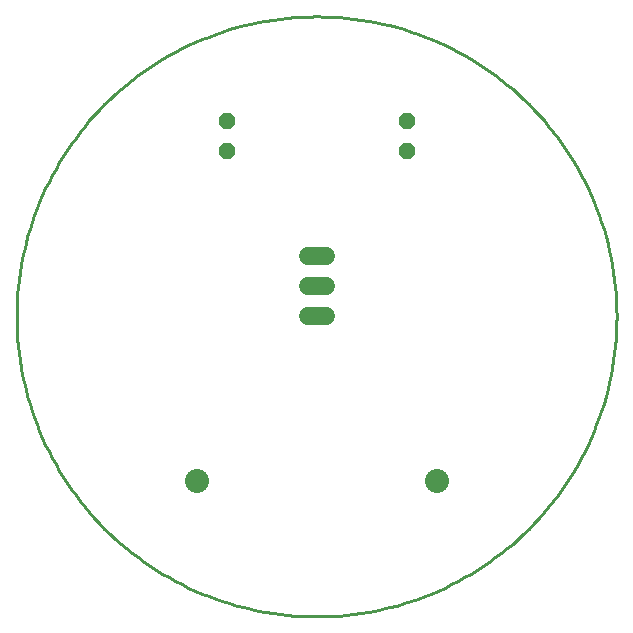
<source format=gtl>
G75*
%MOIN*%
%OFA0B0*%
%FSLAX25Y25*%
%IPPOS*%
%LPD*%
%AMOC8*
5,1,8,0,0,1.08239X$1,22.5*
%
%ADD10C,0.01000*%
%ADD11C,0.08000*%
%ADD12OC8,0.05200*%
%ADD13C,0.06000*%
D10*
X0001500Y0101500D02*
X0001530Y0103954D01*
X0001620Y0106407D01*
X0001771Y0108856D01*
X0001982Y0111302D01*
X0002252Y0113741D01*
X0002582Y0116173D01*
X0002972Y0118596D01*
X0003421Y0121009D01*
X0003930Y0123410D01*
X0004497Y0125798D01*
X0005122Y0128171D01*
X0005806Y0130528D01*
X0006547Y0132868D01*
X0007346Y0135189D01*
X0008201Y0137490D01*
X0009112Y0139768D01*
X0010079Y0142024D01*
X0011101Y0144256D01*
X0012178Y0146461D01*
X0013308Y0148640D01*
X0014491Y0150790D01*
X0015727Y0152910D01*
X0017015Y0155000D01*
X0018353Y0157057D01*
X0019742Y0159081D01*
X0021179Y0161070D01*
X0022665Y0163023D01*
X0024199Y0164939D01*
X0025779Y0166817D01*
X0027405Y0168656D01*
X0029075Y0170454D01*
X0030789Y0172211D01*
X0032546Y0173925D01*
X0034344Y0175595D01*
X0036183Y0177221D01*
X0038061Y0178801D01*
X0039977Y0180335D01*
X0041930Y0181821D01*
X0043919Y0183258D01*
X0045943Y0184647D01*
X0048000Y0185985D01*
X0050090Y0187273D01*
X0052210Y0188509D01*
X0054360Y0189692D01*
X0056539Y0190822D01*
X0058744Y0191899D01*
X0060976Y0192921D01*
X0063232Y0193888D01*
X0065510Y0194799D01*
X0067811Y0195654D01*
X0070132Y0196453D01*
X0072472Y0197194D01*
X0074829Y0197878D01*
X0077202Y0198503D01*
X0079590Y0199070D01*
X0081991Y0199579D01*
X0084404Y0200028D01*
X0086827Y0200418D01*
X0089259Y0200748D01*
X0091698Y0201018D01*
X0094144Y0201229D01*
X0096593Y0201380D01*
X0099046Y0201470D01*
X0101500Y0201500D01*
X0103954Y0201470D01*
X0106407Y0201380D01*
X0108856Y0201229D01*
X0111302Y0201018D01*
X0113741Y0200748D01*
X0116173Y0200418D01*
X0118596Y0200028D01*
X0121009Y0199579D01*
X0123410Y0199070D01*
X0125798Y0198503D01*
X0128171Y0197878D01*
X0130528Y0197194D01*
X0132868Y0196453D01*
X0135189Y0195654D01*
X0137490Y0194799D01*
X0139768Y0193888D01*
X0142024Y0192921D01*
X0144256Y0191899D01*
X0146461Y0190822D01*
X0148640Y0189692D01*
X0150790Y0188509D01*
X0152910Y0187273D01*
X0155000Y0185985D01*
X0157057Y0184647D01*
X0159081Y0183258D01*
X0161070Y0181821D01*
X0163023Y0180335D01*
X0164939Y0178801D01*
X0166817Y0177221D01*
X0168656Y0175595D01*
X0170454Y0173925D01*
X0172211Y0172211D01*
X0173925Y0170454D01*
X0175595Y0168656D01*
X0177221Y0166817D01*
X0178801Y0164939D01*
X0180335Y0163023D01*
X0181821Y0161070D01*
X0183258Y0159081D01*
X0184647Y0157057D01*
X0185985Y0155000D01*
X0187273Y0152910D01*
X0188509Y0150790D01*
X0189692Y0148640D01*
X0190822Y0146461D01*
X0191899Y0144256D01*
X0192921Y0142024D01*
X0193888Y0139768D01*
X0194799Y0137490D01*
X0195654Y0135189D01*
X0196453Y0132868D01*
X0197194Y0130528D01*
X0197878Y0128171D01*
X0198503Y0125798D01*
X0199070Y0123410D01*
X0199579Y0121009D01*
X0200028Y0118596D01*
X0200418Y0116173D01*
X0200748Y0113741D01*
X0201018Y0111302D01*
X0201229Y0108856D01*
X0201380Y0106407D01*
X0201470Y0103954D01*
X0201500Y0101500D01*
X0201470Y0099046D01*
X0201380Y0096593D01*
X0201229Y0094144D01*
X0201018Y0091698D01*
X0200748Y0089259D01*
X0200418Y0086827D01*
X0200028Y0084404D01*
X0199579Y0081991D01*
X0199070Y0079590D01*
X0198503Y0077202D01*
X0197878Y0074829D01*
X0197194Y0072472D01*
X0196453Y0070132D01*
X0195654Y0067811D01*
X0194799Y0065510D01*
X0193888Y0063232D01*
X0192921Y0060976D01*
X0191899Y0058744D01*
X0190822Y0056539D01*
X0189692Y0054360D01*
X0188509Y0052210D01*
X0187273Y0050090D01*
X0185985Y0048000D01*
X0184647Y0045943D01*
X0183258Y0043919D01*
X0181821Y0041930D01*
X0180335Y0039977D01*
X0178801Y0038061D01*
X0177221Y0036183D01*
X0175595Y0034344D01*
X0173925Y0032546D01*
X0172211Y0030789D01*
X0170454Y0029075D01*
X0168656Y0027405D01*
X0166817Y0025779D01*
X0164939Y0024199D01*
X0163023Y0022665D01*
X0161070Y0021179D01*
X0159081Y0019742D01*
X0157057Y0018353D01*
X0155000Y0017015D01*
X0152910Y0015727D01*
X0150790Y0014491D01*
X0148640Y0013308D01*
X0146461Y0012178D01*
X0144256Y0011101D01*
X0142024Y0010079D01*
X0139768Y0009112D01*
X0137490Y0008201D01*
X0135189Y0007346D01*
X0132868Y0006547D01*
X0130528Y0005806D01*
X0128171Y0005122D01*
X0125798Y0004497D01*
X0123410Y0003930D01*
X0121009Y0003421D01*
X0118596Y0002972D01*
X0116173Y0002582D01*
X0113741Y0002252D01*
X0111302Y0001982D01*
X0108856Y0001771D01*
X0106407Y0001620D01*
X0103954Y0001530D01*
X0101500Y0001500D01*
X0099046Y0001530D01*
X0096593Y0001620D01*
X0094144Y0001771D01*
X0091698Y0001982D01*
X0089259Y0002252D01*
X0086827Y0002582D01*
X0084404Y0002972D01*
X0081991Y0003421D01*
X0079590Y0003930D01*
X0077202Y0004497D01*
X0074829Y0005122D01*
X0072472Y0005806D01*
X0070132Y0006547D01*
X0067811Y0007346D01*
X0065510Y0008201D01*
X0063232Y0009112D01*
X0060976Y0010079D01*
X0058744Y0011101D01*
X0056539Y0012178D01*
X0054360Y0013308D01*
X0052210Y0014491D01*
X0050090Y0015727D01*
X0048000Y0017015D01*
X0045943Y0018353D01*
X0043919Y0019742D01*
X0041930Y0021179D01*
X0039977Y0022665D01*
X0038061Y0024199D01*
X0036183Y0025779D01*
X0034344Y0027405D01*
X0032546Y0029075D01*
X0030789Y0030789D01*
X0029075Y0032546D01*
X0027405Y0034344D01*
X0025779Y0036183D01*
X0024199Y0038061D01*
X0022665Y0039977D01*
X0021179Y0041930D01*
X0019742Y0043919D01*
X0018353Y0045943D01*
X0017015Y0048000D01*
X0015727Y0050090D01*
X0014491Y0052210D01*
X0013308Y0054360D01*
X0012178Y0056539D01*
X0011101Y0058744D01*
X0010079Y0060976D01*
X0009112Y0063232D01*
X0008201Y0065510D01*
X0007346Y0067811D01*
X0006547Y0070132D01*
X0005806Y0072472D01*
X0005122Y0074829D01*
X0004497Y0077202D01*
X0003930Y0079590D01*
X0003421Y0081991D01*
X0002972Y0084404D01*
X0002582Y0086827D01*
X0002252Y0089259D01*
X0001982Y0091698D01*
X0001771Y0094144D01*
X0001620Y0096593D01*
X0001530Y0099046D01*
X0001500Y0101500D01*
D11*
X0061500Y0046500D03*
X0141500Y0046500D03*
D12*
X0131500Y0156500D03*
X0131500Y0166500D03*
X0071500Y0166500D03*
X0071500Y0156500D03*
D13*
X0098500Y0121500D02*
X0104500Y0121500D01*
X0104500Y0111500D02*
X0098500Y0111500D01*
X0098500Y0101500D02*
X0104500Y0101500D01*
M02*

</source>
